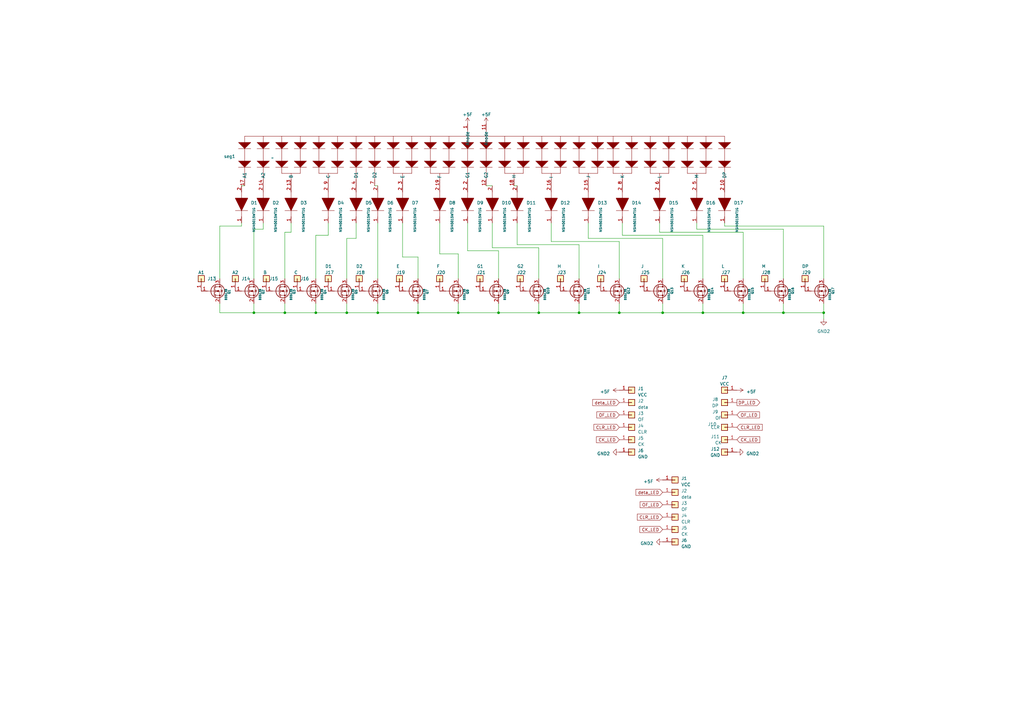
<source format=kicad_sch>
(kicad_sch (version 20230121) (generator eeschema)
  (paper "A3")
  (lib_symbols
    (symbol "Connector_Generic:Conn_01x01" (pin_names (offset 1.016) hide)
      (property "Reference" "J" (at 0 2.54 0))
      (property "Value" "Conn_01x01" (at 0 -2.54 0))
      (symbol "Conn_01x01_1_1"
        (pin passive line (at -5.08 0 0) (length 3.81) (name "Pin_1") (number "1"))
      )
    )
    (symbol "Device:Q_NMOS_GSD" (pin_names (offset 0) hide)
      (property "Reference" "Q" (at 5.08 1.27 0))
      (property "Value" "Q_NMOS_GSD" (at 5.08 -1.27 0))
      (symbol "Q_NMOS_GSD_1_1"
        (pin input line (at -5.08 0 0) (length 2.54) (name "G") (number "1"))
        (pin passive line (at 2.54 -5.08 90) (length 2.54) (name "S") (number "2"))
        (pin passive line (at 2.54 5.08 270) (length 2.54) (name "D") (number "3"))
      )
    )
    (symbol "Library:A-2308SR"
      (property "Reference" "D1" (at -83.82 -0.635 0))
      (property "Value" "~" (at -68.58 -1.27 0))
      (symbol "A-2308SR_1_1"
        (pin power_in line (at 11.43 12.7 270) (length 2.54) (name "Anode") (number "1"))
        (pin power_in line (at 116.84 -12.7 90) (length 2.54) (name "DP") (number "10"))
        (pin power_in line (at 19.05 12.7 270) (length 2.54) (name "Anode") (number "11"))
        (pin power_in line (at 19.05 -12.7 90) (length 2.54) (name "G2") (number "12"))
        (pin power_in line (at -60.96 -12.7 90) (length 2.54) (name "B") (number "13"))
        (pin power_in line (at -72.39 -12.7 90) (length 2.54) (name "A2") (number "14"))
        (pin power_in line (at 60.96 -12.7 90) (length 2.54) (name "J") (number "15"))
        (pin power_in line (at 45.72 -12.7 90) (length 2.54) (name "I") (number "16"))
        (pin power_in line (at -80.01 -12.7 90) (length 2.54) (name "A1") (number "17"))
        (pin power_in line (at 30.48 -12.7 90) (length 2.54) (name "H") (number "18"))
        (pin power_in line (at 0 -12.7 90) (length 2.54) (name "F") (number "19"))
        (pin power_in line (at 11.43 -12.7 90) (length 2.54) (name "G1") (number "2"))
        (pin power_in line (at -15.24 -12.7 90) (length 2.54) (name "E") (number "3"))
        (pin power_in line (at -34.29 -12.7 90) (length 2.54) (name "D1") (number "4"))
        (pin power_in line (at 105.41 -12.7 90) (length 2.54) (name "M") (number "5"))
        (pin power_in line (at 90.17 -12.7 90) (length 2.54) (name "L") (number "6"))
        (pin power_in line (at -26.67 -12.7 90) (length 2.54) (name "D2") (number "7"))
        (pin power_in line (at 74.93 -12.7 90) (length 2.54) (name "K") (number "8"))
        (pin power_in line (at -45.72 -12.7 90) (length 2.54) (name "C") (number "9"))
      )
    )
    (symbol "SamacSys_Parts:NSI45015WT1G" (pin_names (offset 0.762))
      (property "Reference" "D" (at 11.43 5.08 0))
      (property "Value" "NSI45015WT1G" (at 11.43 2.54 0))
      (symbol "NSI45015WT1G_0_0"
        (pin passive line (at 0 0 0) (length 2.54) (name "~") (number "1"))
        (pin passive line (at 15.24 0 180) (length 2.54) (name "~") (number "2"))
      )
    )
    (symbol "power:+5F" (power) (pin_names (offset 0))
      (property "Value" "+5F" (at 0 3.556 0))
      (symbol "+5F_1_1"
        (pin power_in line (at 0 0 90) (length 0) hide (name "+5F") (number "1"))
      )
    )
    (symbol "power:GND2" (power) (pin_names (offset 0))
      (property "Value" "GND2" (at 0 -3.81 0))
      (symbol "GND2_1_1"
        (pin power_in line (at 0 0 270) (length 0) hide (name "GND2") (number "1"))
      )
    )
  )
  (junction (at 154.94 128.27))
  (junction (at 337.82 128.27))
  (junction (at 288.29 128.27))
  (junction (at 142.24 128.27))
  (junction (at 129.54 128.27))
  (junction (at 204.47 128.27))
  (junction (at 254 128.27))
  (junction (at 171.45 128.27))
  (junction (at 220.98 128.27))
  (junction (at 187.96 128.27))
  (junction (at 116.84 128.27))
  (junction (at 304.8 128.27))
  (junction (at 104.14 128.27))
  (junction (at 271.78 128.27))
  (junction (at 321.31 128.27))
  (junction (at 237.49 128.27))
  (wire (pts (xy 142.24 124.46) (xy 142.24 128.27)))
  (wire (pts (xy 104.14 128.27) (xy 90.17 128.27)))
  (wire (pts (xy 187.96 104.14) (xy 187.96 114.3)))
  (wire (pts (xy 337.82 128.27) (xy 337.82 130.81)))
  (wire (pts (xy 201.93 76.2) (xy 199.39 76.2)))
  (wire (pts (xy 119.38 91.44) (xy 119.38 95.25)))
  (wire (pts (xy 119.38 95.25) (xy 116.84 95.25)))
  (wire (pts (xy 201.93 101.6) (xy 220.98 101.6)))
  (wire (pts (xy 191.77 91.44) (xy 191.77 102.87)))
  (wire (pts (xy 129.54 124.46) (xy 129.54 128.27)))
  (wire (pts (xy 337.82 124.46) (xy 337.82 128.27)))
  (wire (pts (xy 129.54 96.52) (xy 129.54 114.3)))
  (wire (pts (xy 99.06 92.71) (xy 99.06 91.44)))
  (wire (pts (xy 104.14 124.46) (xy 104.14 128.27)))
  (wire (pts (xy 204.47 124.46) (xy 204.47 128.27)))
  (wire (pts (xy 237.49 124.46) (xy 237.49 128.27)))
  (wire (pts (xy 99.06 76.2) (xy 100.33 76.2)))
  (wire (pts (xy 285.75 93.98) (xy 321.31 93.98)))
  (wire (pts (xy 226.06 91.44) (xy 226.06 99.06)))
  (wire (pts (xy 165.1 105.41) (xy 171.45 105.41)))
  (wire (pts (xy 241.3 91.44) (xy 241.3 97.79)))
  (wire (pts (xy 321.31 93.98) (xy 321.31 114.3)))
  (wire (pts (xy 180.34 91.44) (xy 180.34 104.14)))
  (wire (pts (xy 134.62 96.52) (xy 129.54 96.52)))
  (wire (pts (xy 212.09 100.33) (xy 237.49 100.33)))
  (wire (pts (xy 241.3 97.79) (xy 271.78 97.79)))
  (wire (pts (xy 297.18 91.44) (xy 297.18 92.71)))
  (wire (pts (xy 90.17 124.46) (xy 90.17 128.27)))
  (wire (pts (xy 271.78 97.79) (xy 271.78 114.3)))
  (wire (pts (xy 304.8 128.27) (xy 288.29 128.27)))
  (wire (pts (xy 107.95 91.44) (xy 107.95 93.98)))
  (wire (pts (xy 220.98 128.27) (xy 204.47 128.27)))
  (wire (pts (xy 271.78 124.46) (xy 271.78 128.27)))
  (wire (pts (xy 288.29 128.27) (xy 271.78 128.27)))
  (wire (pts (xy 116.84 128.27) (xy 104.14 128.27)))
  (wire (pts (xy 191.77 102.87) (xy 204.47 102.87)))
  (wire (pts (xy 237.49 100.33) (xy 237.49 114.3)))
  (wire (pts (xy 201.93 91.44) (xy 201.93 101.6)))
  (wire (pts (xy 146.05 91.44) (xy 146.05 97.79)))
  (wire (pts (xy 171.45 124.46) (xy 171.45 128.27)))
  (wire (pts (xy 154.94 76.2) (xy 153.67 76.2)))
  (wire (pts (xy 116.84 95.25) (xy 116.84 114.3)))
  (wire (pts (xy 270.51 91.44) (xy 270.51 95.25)))
  (wire (pts (xy 304.8 124.46) (xy 304.8 128.27)))
  (wire (pts (xy 154.94 91.44) (xy 154.94 114.3)))
  (wire (pts (xy 237.49 128.27) (xy 220.98 128.27)))
  (wire (pts (xy 154.94 124.46) (xy 154.94 128.27)))
  (wire (pts (xy 90.17 92.71) (xy 90.17 114.3)))
  (wire (pts (xy 304.8 95.25) (xy 304.8 114.3)))
  (wire (pts (xy 187.96 124.46) (xy 187.96 128.27)))
  (wire (pts (xy 254 99.06) (xy 254 114.3)))
  (wire (pts (xy 255.27 91.44) (xy 255.27 96.52)))
  (wire (pts (xy 254 128.27) (xy 237.49 128.27)))
  (wire (pts (xy 134.62 91.44) (xy 134.62 96.52)))
  (wire (pts (xy 165.1 91.44) (xy 165.1 105.41)))
  (wire (pts (xy 226.06 99.06) (xy 254 99.06)))
  (wire (pts (xy 204.47 102.87) (xy 204.47 114.3)))
  (wire (pts (xy 146.05 97.79) (xy 142.24 97.79)))
  (wire (pts (xy 99.06 92.71) (xy 90.17 92.71)))
  (wire (pts (xy 212.09 76.2) (xy 210.82 76.2)))
  (wire (pts (xy 297.18 92.71) (xy 337.82 92.71)))
  (wire (pts (xy 271.78 128.27) (xy 254 128.27)))
  (wire (pts (xy 171.45 128.27) (xy 154.94 128.27)))
  (wire (pts (xy 142.24 128.27) (xy 129.54 128.27)))
  (wire (pts (xy 116.84 124.46) (xy 116.84 128.27)))
  (wire (pts (xy 107.95 93.98) (xy 104.14 93.98)))
  (wire (pts (xy 187.96 128.27) (xy 171.45 128.27)))
  (wire (pts (xy 254 124.46) (xy 254 128.27)))
  (wire (pts (xy 321.31 128.27) (xy 304.8 128.27)))
  (wire (pts (xy 104.14 93.98) (xy 104.14 114.3)))
  (wire (pts (xy 220.98 124.46) (xy 220.98 128.27)))
  (wire (pts (xy 142.24 97.79) (xy 142.24 114.3)))
  (wire (pts (xy 288.29 96.52) (xy 288.29 114.3)))
  (wire (pts (xy 255.27 96.52) (xy 288.29 96.52)))
  (wire (pts (xy 171.45 105.41) (xy 171.45 114.3)))
  (wire (pts (xy 212.09 91.44) (xy 212.09 100.33)))
  (wire (pts (xy 288.29 124.46) (xy 288.29 128.27)))
  (wire (pts (xy 154.94 128.27) (xy 142.24 128.27)))
  (wire (pts (xy 321.31 124.46) (xy 321.31 128.27)))
  (wire (pts (xy 337.82 92.71) (xy 337.82 114.3)))
  (wire (pts (xy 129.54 128.27) (xy 116.84 128.27)))
  (wire (pts (xy 204.47 128.27) (xy 187.96 128.27)))
  (wire (pts (xy 337.82 128.27) (xy 321.31 128.27)))
  (wire (pts (xy 180.34 104.14) (xy 187.96 104.14)))
  (wire (pts (xy 285.75 91.44) (xy 285.75 93.98)))
  (wire (pts (xy 220.98 101.6) (xy 220.98 114.3)))
  (wire (pts (xy 270.51 95.25) (xy 304.8 95.25)))
  (global_label "CK_LED" (shape input) (at 302.26 180.34 0) (property "Intersheetrefs" "${INTERSHEET_REFS}" (effects hide)))
  (global_label "OF_LED" (shape input) (at 254 170.18 180) (property "Intersheetrefs" "${INTERSHEET_REFS}" (effects hide)))
  (global_label "CK_LED" (shape input) (at 254 180.34 180) (property "Intersheetrefs" "${INTERSHEET_REFS}" (effects hide)))
  (global_label "DP_LED" (shape output) (at 302.26 165.1 0) (property "Intersheetrefs" "${INTERSHEET_REFS}" (effects hide)))
  (global_label "OF_LED" (shape input) (at 302.26 170.18 0) (property "Intersheetrefs" "${INTERSHEET_REFS}" (effects hide)))
  (global_label "CLR_LED" (shape input) (at 254 175.26 180) (property "Intersheetrefs" "${INTERSHEET_REFS}" (effects hide)))
  (global_label "OF_LED" (shape input) (at 271.78 207.01 180) (property "Intersheetrefs" "${INTERSHEET_REFS}" (effects hide)))
  (global_label "CLR_LED" (shape input) (at 302.26 175.26 0) (property "Intersheetrefs" "${INTERSHEET_REFS}" (effects hide)))
  (global_label "deta_LED" (shape input) (at 254 165.1 180) (property "Intersheetrefs" "${INTERSHEET_REFS}" (effects hide)))
  (global_label "CK_LED" (shape input) (at 271.78 217.17 180) (property "Intersheetrefs" "${INTERSHEET_REFS}" (effects hide)))
  (global_label "CLR_LED" (shape input) (at 271.78 212.09 180) (property "Intersheetrefs" "${INTERSHEET_REFS}" (effects hide)))
  (global_label "deta_LED" (shape input) (at 271.78 201.93 180) (property "Intersheetrefs" "${INTERSHEET_REFS}" (effects hide)))
  (symbol (lib_id "Connector_Generic:Conn_01x01") (at 313.69 114.3 270) (mirror x) (unit 1)
    (property "Reference" "J28" (at 312.42 111.76 90) (effects (justify left)))
    (property "Value" "M" (at 312.42 109.22 90) (effects (justify left)))
    (property "Footprint" "Connector_Wire:SolderWire-0.5sqmm_1x01_D0.9mm_OD2.1mm" (effects hide))
    (instances (project "16seg" (path "" (reference "J28") (unit 1)) (path "" (reference "J46") (unit 1))))
  )
  (symbol (lib_id "Device:Q_NMOS_GSD") (at 168.91 119.38 0) (unit 1)
    (property "Reference" "Q7" (at 175.26 120.65 90) (effects (font (size 0.9 0.9)) (justify left)))
    (property "Value" "BSS138" (at 173.99 123.19 90) (effects (font (size 0.8 0.8)) (justify left)))
    (property "Footprint" "Package_TO_SOT_SMD:SOT-23" (effects hide))
  )
  (symbol (lib_id "Connector_Generic:Conn_01x01") (at 163.83 114.3 270) (mirror x) (unit 1)
    (property "Reference" "J19" (at 162.56 111.76 90) (effects (justify left)))
    (property "Value" "E" (at 162.56 109.22 90) (effects (justify left)))
    (property "Footprint" "Connector_Wire:SolderWire-0.5sqmm_1x01_D0.9mm_OD2.1mm" (effects hide))
    (instances (project "16seg" (path "" (reference "J19") (unit 1)) (path "" (reference "J37") (unit 1))))
  )
  (symbol (lib_id "power:+5F") (at 271.78 196.85 90) (unit 1)
    (property "Reference" "#PWR072" (effects hide))
    (property "Value" "+5F" (at 267.97 197.485 90) (effects (justify left)))
  )
  (symbol (lib_id "Connector_Generic:Conn_01x01") (at 280.67 114.3 270) (mirror x) (unit 1)
    (property "Reference" "J26" (at 279.4 111.76 90) (effects (justify left)))
    (property "Value" "K" (at 279.4 109.22 90) (effects (justify left)))
    (property "Footprint" "Connector_Wire:SolderWire-0.5sqmm_1x01_D0.9mm_OD2.1mm" (effects hide))
    (instances (project "16seg" (path "" (reference "J26") (unit 1)) (path "" (reference "J44") (unit 1))))
  )
  (symbol (lib_id "Connector_Generic:Conn_01x01") (at 297.18 170.18 0) (mirror y) (unit 1)
    (property "Reference" "J9" (at 293.37 168.91 0))
    (property "Value" "OF" (at 294.64 171.45 0))
    (property "Footprint" "Connector_Wire:SolderWire-0.5sqmm_1x01_D0.9mm_OD2.1mm" (effects hide))
    (instances (project "16seg" (path "" (reference "J9") (unit 1)) (path "" (reference "J56") (unit 1))))
  )
  (symbol (lib_id "Connector_Generic:Conn_01x01") (at 246.38 114.3 270) (mirror x) (unit 1)
    (property "Reference" "J24" (at 245.11 111.76 90) (effects (justify left)))
    (property "Value" "I" (at 245.11 109.22 90) (effects (justify left)))
    (property "Footprint" "Connector_Wire:SolderWire-0.5sqmm_1x01_D0.9mm_OD2.1mm" (effects hide))
    (instances (project "16seg" (path "" (reference "J24") (unit 1)) (path "" (reference "J42") (unit 1))))
  )
  (symbol (lib_id "SamacSys_Parts:NSI45015WT1G") (at 99.06 91.44 90) (unit 1)
    (property "Reference" "D1" (at 102.87 83.185 90) (effects (justify right)))
    (property "Value" "NSI45015WT1G" (at 104.14 85.09 0) (effects (font (size 0.9 0.9)) (justify right)))
    (property "Footprint" "Diode_SMD:D_SOD-123" (effects hide))
    (property "Datasheet" "http://uk.rs-online.com/web/p/products/7192838P" (effects hide))
    (property "Description" "Constant Current Regulator " (effects hide))
    (property "Height" "1.35" (effects hide))
    (property "RS Part Number" "7192838P" (effects hide))
    (property "RS Price/Stock" "http://uk.rs-online.com/web/p/products/7192838P" (effects hide))
    (property "Manufacturer_Name" "onsemi" (effects hide))
    (property "Manufacturer_Part_Number" "NSI45015WT1G" (effects hide))
    (property "Allied_Number" "70341243" (effects hide))
  )
  (symbol (lib_id "Connector_Generic:Conn_01x01") (at 96.52 114.3 270) (mirror x) (unit 1)
    (property "Reference" "J14" (at 99.06 114.3 90) (effects (justify left)))
    (property "Value" "A2" (at 95.25 111.76 90) (effects (justify left)))
    (property "Footprint" "Connector_Wire:SolderWire-0.5sqmm_1x01_D0.9mm_OD2.1mm" (effects hide))
    (instances (project "16seg" (path "" (reference "J14") (unit 1)) (path "" (reference "J32") (unit 1))))
  )
  (symbol (lib_id "Connector_Generic:Conn_01x01") (at 297.18 180.34 0) (mirror y) (unit 1)
    (property "Reference" "J11" (at 293.37 179.07 0))
    (property "Value" "CK" (at 294.64 181.61 0))
    (property "Footprint" "Connector_Wire:SolderWire-0.5sqmm_1x01_D0.9mm_OD2.1mm" (effects hide))
    (instances (project "16seg" (path "" (reference "J11") (unit 1)) (path "" (reference "J60") (unit 1))))
  )
  (symbol (lib_id "power:GND2") (at 302.26 185.42 90) (unit 1)
    (property "Reference" "#PWR075" (effects hide))
    (property "Value" "GND2" (at 306.07 186.055 90) (effects (justify right)))
  )
  (symbol (lib_id "Connector_Generic:Conn_01x01") (at 297.18 160.02 0) (mirror y) (unit 1)
    (property "Reference" "J7" (at 297.18 154.94 0))
    (property "Value" "VCC" (at 297.18 157.48 0))
    (property "Footprint" "Connector_Wire:SolderWire-0.5sqmm_1x01_D0.9mm_OD2.1mm" (effects hide))
    (instances (project "16seg" (path "" (reference "J7") (unit 1)) (path "" (reference "J52") (unit 1))))
  )
  (symbol (lib_id "Device:Q_NMOS_GSD") (at 318.77 119.38 0) (unit 1)
    (property "Reference" "Q16" (at 325.12 120.65 90) (effects (font (size 0.9 0.9)) (justify left)))
    (property "Value" "BSS138" (at 323.85 123.19 90) (effects (font (size 0.8 0.8)) (justify left)))
    (property "Footprint" "Package_TO_SOT_SMD:SOT-23" (effects hide))
  )
  (symbol (lib_id "power:+5F") (at 191.77 50.8 0) (unit 1)
    (property "Reference" "#PWR070" (effects hide))
    (property "Value" "+5F" (at 191.77 46.99 0))
  )
  (symbol (lib_id "Connector_Generic:Conn_01x01") (at 259.08 170.18 0) (unit 1)
    (property "Reference" "J3" (at 261.62 169.545 0) (effects (justify left)))
    (property "Value" "OF" (at 261.62 172.085 0) (effects (justify left)))
    (property "Footprint" "Connector_Wire:SolderWire-0.5sqmm_1x01_D0.9mm_OD2.1mm" (effects hide))
    (instances (project "16seg" (path "" (reference "J3") (unit 1)) (path "" (reference "J55") (unit 1))))
  )
  (symbol (lib_id "SamacSys_Parts:NSI45015WT1G") (at 165.1 91.44 90) (unit 1)
    (property "Reference" "D7" (at 168.91 83.185 90) (effects (justify right)))
    (property "Value" "NSI45015WT1G" (at 170.18 85.09 0) (effects (font (size 0.9 0.9)) (justify right)))
    (property "Footprint" "Diode_SMD:D_SOD-123" (effects hide))
    (property "Datasheet" "http://uk.rs-online.com/web/p/products/7192838P" (effects hide))
    (property "Description" "Constant Current Regulator " (effects hide))
    (property "Height" "1.35" (effects hide))
    (property "RS Part Number" "7192838P" (effects hide))
    (property "RS Price/Stock" "http://uk.rs-online.com/web/p/products/7192838P" (effects hide))
    (property "Manufacturer_Name" "onsemi" (effects hide))
    (property "Manufacturer_Part_Number" "NSI45015WT1G" (effects hide))
    (property "Allied_Number" "70341243" (effects hide))
  )
  (symbol (lib_id "Connector_Generic:Conn_01x01") (at 297.18 185.42 0) (mirror y) (unit 1)
    (property "Reference" "J12" (at 293.37 184.15 0))
    (property "Value" "GND" (at 293.37 186.69 0))
    (property "Footprint" "Connector_Wire:SolderWire-0.5sqmm_1x01_D0.9mm_OD2.1mm" (effects hide))
    (instances (project "16seg" (path "" (reference "J12") (unit 1)) (path "" (reference "J62") (unit 1))))
  )
  (symbol (lib_id "power:GND2") (at 337.82 130.81 0) (unit 1)
    (property "Reference" "#PWR074" (effects hide))
    (property "Value" "GND2" (at 337.82 135.89 0))
  )
  (symbol (lib_id "Device:Q_NMOS_GSD") (at 218.44 119.38 0) (unit 1)
    (property "Reference" "Q10" (at 224.79 120.65 90) (effects (font (size 0.9 0.9)) (justify left)))
    (property "Value" "BSS138" (at 223.52 123.19 90) (effects (font (size 0.8 0.8)) (justify left)))
    (property "Footprint" "Package_TO_SOT_SMD:SOT-23" (effects hide))
  )
  (symbol (lib_id "Connector_Generic:Conn_01x01") (at 297.18 114.3 270) (mirror x) (unit 1)
    (property "Reference" "J27" (at 295.91 111.76 90) (effects (justify left)))
    (property "Value" "L" (at 295.91 109.22 90) (effects (justify left)))
    (property "Footprint" "Connector_Wire:SolderWire-0.5sqmm_1x01_D0.9mm_OD2.1mm" (effects hide))
    (instances (project "16seg" (path "" (reference "J27") (unit 1)) (path "" (reference "J45") (unit 1))))
  )
  (symbol (lib_id "power:GND2") (at 254 185.42 270) (unit 1)
    (property "Reference" "#PWR076" (effects hide))
    (property "Value" "GND2" (at 250.19 186.055 90) (effects (justify right)))
  )
  (symbol (lib_id "Connector_Generic:Conn_01x01") (at 259.08 175.26 0) (unit 1)
    (property "Reference" "J4" (at 261.62 174.625 0) (effects (justify left)))
    (property "Value" "CLR" (at 261.62 177.165 0) (effects (justify left)))
    (property "Footprint" "Connector_Wire:SolderWire-0.5sqmm_1x01_D0.9mm_OD2.1mm" (effects hide))
    (instances (project "16seg" (path "" (reference "J4") (unit 1)) (path "" (reference "J57") (unit 1))))
  )
  (symbol (lib_id "Device:Q_NMOS_GSD") (at 234.95 119.38 0) (unit 1)
    (property "Reference" "Q11" (at 241.3 120.65 90) (effects (font (size 0.9 0.9)) (justify left)))
    (property "Value" "BSS138" (at 240.03 123.19 90) (effects (font (size 0.8 0.8)) (justify left)))
    (property "Footprint" "Package_TO_SOT_SMD:SOT-23" (effects hide))
  )
  (symbol (lib_id "Device:Q_NMOS_GSD") (at 101.6 119.38 0) (unit 1)
    (property "Reference" "Q2" (at 107.95 120.65 90) (effects (font (size 0.9 0.9)) (justify left)))
    (property "Value" "BSS138" (at 106.68 123.19 90) (effects (font (size 0.8 0.8)) (justify left)))
    (property "Footprint" "Package_TO_SOT_SMD:SOT-23" (effects hide))
  )
  (symbol (lib_id "power:+5F") (at 199.39 50.8 0) (unit 1)
    (property "Reference" "#PWR069" (effects hide))
    (property "Value" "+5F" (at 199.39 46.99 0))
  )
  (symbol (lib_id "Connector_Generic:Conn_01x01") (at 276.86 217.17 0) (unit 1)
    (property "Reference" "J5" (at 279.4 216.535 0) (effects (justify left)))
    (property "Value" "CK" (at 279.4 219.075 0) (effects (justify left)))
    (property "Footprint" "Connector_Wire:SolderWire-0.5sqmm_1x01_D0.9mm_OD2.1mm" (effects hide))
    (instances (project "16seg" (path "" (reference "J5") (unit 1)) (path "" (reference "J67") (unit 1))))
  )
  (symbol (lib_id "SamacSys_Parts:NSI45015WT1G") (at 212.09 91.44 90) (unit 1)
    (property "Reference" "D11" (at 215.9 83.185 90) (effects (justify right)))
    (property "Value" "NSI45015WT1G" (at 217.17 85.09 0) (effects (font (size 0.9 0.9)) (justify right)))
    (property "Footprint" "Diode_SMD:D_SOD-123" (effects hide))
    (property "Datasheet" "http://uk.rs-online.com/web/p/products/7192838P" (effects hide))
    (property "Description" "Constant Current Regulator " (effects hide))
    (property "Height" "1.35" (effects hide))
    (property "RS Part Number" "7192838P" (effects hide))
    (property "RS Price/Stock" "http://uk.rs-online.com/web/p/products/7192838P" (effects hide))
    (property "Manufacturer_Name" "onsemi" (effects hide))
    (property "Manufacturer_Part_Number" "NSI45015WT1G" (effects hide))
    (property "Allied_Number" "70341243" (effects hide))
  )
  (symbol (lib_id "SamacSys_Parts:NSI45015WT1G") (at 107.95 91.44 90) (unit 1)
    (property "Reference" "D2" (at 111.76 83.185 90) (effects (justify right)))
    (property "Value" "NSI45015WT1G" (at 113.03 85.09 0) (effects (font (size 0.9 0.9)) (justify right)))
    (property "Footprint" "Diode_SMD:D_SOD-123" (effects hide))
    (property "Datasheet" "http://uk.rs-online.com/web/p/products/7192838P" (effects hide))
    (property "Description" "Constant Current Regulator " (effects hide))
    (property "Height" "1.35" (effects hide))
    (property "RS Part Number" "7192838P" (effects hide))
    (property "RS Price/Stock" "http://uk.rs-online.com/web/p/products/7192838P" (effects hide))
    (property "Manufacturer_Name" "onsemi" (effects hide))
    (property "Manufacturer_Part_Number" "NSI45015WT1G" (effects hide))
    (property "Allied_Number" "70341243" (effects hide))
  )
  (symbol (lib_id "Connector_Generic:Conn_01x01") (at 259.08 165.1 0) (unit 1)
    (property "Reference" "J2" (at 261.62 164.465 0) (effects (justify left)))
    (property "Value" "deta" (at 261.62 167.005 0) (effects (justify left)))
    (property "Footprint" "Connector_Wire:SolderWire-0.5sqmm_1x01_D0.9mm_OD2.1mm" (effects hide))
    (instances (project "16seg" (path "" (reference "J2") (unit 1)) (path "" (reference "J53") (unit 1))))
  )
  (symbol (lib_id "Connector_Generic:Conn_01x01") (at 229.87 114.3 270) (mirror x) (unit 1)
    (property "Reference" "J23" (at 228.6 111.76 90) (effects (justify left)))
    (property "Value" "H" (at 228.6 109.22 90) (effects (justify left)))
    (property "Footprint" "Connector_Wire:SolderWire-0.5sqmm_1x01_D0.9mm_OD2.1mm" (effects hide))
    (instances (project "16seg" (path "" (reference "J23") (unit 1)) (path "" (reference "J41") (unit 1))))
  )
  (symbol (lib_id "Connector_Generic:Conn_01x01") (at 276.86 222.25 0) (unit 1)
    (property "Reference" "J6" (at 279.4 221.615 0) (effects (justify left)))
    (property "Value" "GND" (at 279.4 224.155 0) (effects (justify left)))
    (property "Footprint" "Connector_Wire:SolderWire-0.5sqmm_1x01_D0.9mm_OD2.1mm" (effects hide))
    (instances (project "16seg" (path "" (reference "J6") (unit 1)) (path "" (reference "J68") (unit 1))))
  )
  (symbol (lib_id "Device:Q_NMOS_GSD") (at 285.75 119.38 0) (unit 1)
    (property "Reference" "Q14" (at 292.1 120.65 90) (effects (font (size 0.9 0.9)) (justify left)))
    (property "Value" "BSS138" (at 290.83 123.19 90) (effects (font (size 0.8 0.8)) (justify left)))
    (property "Footprint" "Package_TO_SOT_SMD:SOT-23" (effects hide))
  )
  (symbol (lib_id "Connector_Generic:Conn_01x01") (at 297.18 165.1 0) (mirror y) (unit 1)
    (property "Reference" "J8" (at 293.37 163.83 0))
    (property "Value" "DP" (at 293.37 166.37 0))
    (property "Footprint" "Connector_Wire:SolderWire-0.5sqmm_1x01_D0.9mm_OD2.1mm" (effects hide))
    (instances (project "16seg" (path "" (reference "J8") (unit 1)) (path "" (reference "J54") (unit 1))))
  )
  (symbol (lib_id "SamacSys_Parts:NSI45015WT1G") (at 146.05 91.44 90) (unit 1)
    (property "Reference" "D5" (at 149.86 83.185 90) (effects (justify right)))
    (property "Value" "NSI45015WT1G" (at 151.13 85.09 0) (effects (font (size 0.9 0.9)) (justify right)))
    (property "Footprint" "Diode_SMD:D_SOD-123" (effects hide))
    (property "Datasheet" "http://uk.rs-online.com/web/p/products/7192838P" (effects hide))
    (property "Description" "Constant Current Regulator " (effects hide))
    (property "Height" "1.35" (effects hide))
    (property "RS Part Number" "7192838P" (effects hide))
    (property "RS Price/Stock" "http://uk.rs-online.com/web/p/products/7192838P" (effects hide))
    (property "Manufacturer_Name" "onsemi" (effects hide))
    (property "Manufacturer_Part_Number" "NSI45015WT1G" (effects hide))
    (property "Allied_Number" "70341243" (effects hide))
  )
  (symbol (lib_id "Device:Q_NMOS_GSD") (at 152.4 119.38 0) (unit 1)
    (property "Reference" "Q6" (at 158.75 120.65 90) (effects (font (size 0.9 0.9)) (justify left)))
    (property "Value" "BSS138" (at 157.48 123.19 90) (effects (font (size 0.8 0.8)) (justify left)))
    (property "Footprint" "Package_TO_SOT_SMD:SOT-23" (effects hide))
  )
  (symbol (lib_id "power:GND2") (at 271.78 222.25 270) (unit 1)
    (property "Reference" "#PWR077" (effects hide))
    (property "Value" "GND2" (at 267.97 222.885 90) (effects (justify right)))
  )
  (symbol (lib_id "Connector_Generic:Conn_01x01") (at 276.86 212.09 0) (unit 1)
    (property "Reference" "J4" (at 279.4 211.455 0) (effects (justify left)))
    (property "Value" "CLR" (at 279.4 213.995 0) (effects (justify left)))
    (property "Footprint" "Connector_Wire:SolderWire-0.5sqmm_1x01_D0.9mm_OD2.1mm" (effects hide))
    (instances (project "16seg" (path "" (reference "J4") (unit 1)) (path "" (reference "J66") (unit 1))))
  )
  (symbol (lib_id "Device:Q_NMOS_GSD") (at 185.42 119.38 0) (unit 1)
    (property "Reference" "Q8" (at 191.77 120.65 90) (effects (font (size 0.9 0.9)) (justify left)))
    (property "Value" "BSS138" (at 190.5 123.19 90) (effects (font (size 0.8 0.8)) (justify left)))
    (property "Footprint" "Package_TO_SOT_SMD:SOT-23" (effects hide))
  )
  (symbol (lib_id "Connector_Generic:Conn_01x01") (at 121.92 114.3 270) (mirror x) (unit 1)
    (property "Reference" "J16" (at 123.19 114.3 90) (effects (justify left)))
    (property "Value" "C" (at 120.65 111.76 90) (effects (justify left)))
    (property "Footprint" "Connector_Wire:SolderWire-0.5sqmm_1x01_D0.9mm_OD2.1mm" (effects hide))
    (instances (project "16seg" (path "" (reference "J16") (unit 1)) (path "" (reference "J34") (unit 1))))
  )
  (symbol (lib_id "Device:Q_NMOS_GSD") (at 87.63 119.38 0) (unit 1)
    (property "Reference" "Q1" (at 93.98 120.65 90) (effects (font (size 0.9 0.9)) (justify left)))
    (property "Value" "BSS138" (at 92.71 123.19 90) (effects (font (size 0.8 0.8)) (justify left)))
    (property "Footprint" "Package_TO_SOT_SMD:SOT-23" (effects hide))
  )
  (symbol (lib_id "power:+5F") (at 254 160.02 90) (unit 1)
    (property "Reference" "#PWR071" (effects hide))
    (property "Value" "+5F" (at 250.19 160.655 90) (effects (justify left)))
  )
  (symbol (lib_id "Connector_Generic:Conn_01x01") (at 330.2 114.3 270) (mirror x) (unit 1)
    (property "Reference" "J29" (at 328.93 111.76 90) (effects (justify left)))
    (property "Value" "DP" (at 328.93 109.22 90) (effects (justify left)))
    (property "Footprint" "Connector_Wire:SolderWire-0.5sqmm_1x01_D0.9mm_OD2.1mm" (effects hide))
    (instances (project "16seg" (path "" (reference "J29") (unit 1)) (path "" (reference "J47") (unit 1))))
  )
  (symbol (lib_id "Device:Q_NMOS_GSD") (at 302.26 119.38 0) (unit 1)
    (property "Reference" "Q15" (at 308.61 120.65 90) (effects (font (size 0.9 0.9)) (justify left)))
    (property "Value" "BSS138" (at 307.34 123.19 90) (effects (font (size 0.8 0.8)) (justify left)))
    (property "Footprint" "Package_TO_SOT_SMD:SOT-23" (effects hide))
  )
  (symbol (lib_id "Connector_Generic:Conn_01x01") (at 276.86 207.01 0) (unit 1)
    (property "Reference" "J3" (at 279.4 206.375 0) (effects (justify left)))
    (property "Value" "OF" (at 279.4 208.915 0) (effects (justify left)))
    (property "Footprint" "Connector_Wire:SolderWire-0.5sqmm_1x01_D0.9mm_OD2.1mm" (effects hide))
    (instances (project "16seg" (path "" (reference "J3") (unit 1)) (path "" (reference "J65") (unit 1))))
  )
  (symbol (lib_id "SamacSys_Parts:NSI45015WT1G") (at 285.75 91.44 90) (unit 1)
    (property "Reference" "D16" (at 289.56 83.185 90) (effects (justify right)))
    (property "Value" "NSI45015WT1G" (at 290.83 85.09 0) (effects (font (size 0.9 0.9)) (justify right)))
    (property "Footprint" "Diode_SMD:D_SOD-123" (effects hide))
    (property "Datasheet" "http://uk.rs-online.com/web/p/products/7192838P" (effects hide))
    (property "Description" "Constant Current Regulator " (effects hide))
    (property "Height" "1.35" (effects hide))
    (property "RS Part Number" "7192838P" (effects hide))
    (property "RS Price/Stock" "http://uk.rs-online.com/web/p/products/7192838P" (effects hide))
    (property "Manufacturer_Name" "onsemi" (effects hide))
    (property "Manufacturer_Part_Number" "NSI45015WT1G" (effects hide))
    (property "Allied_Number" "70341243" (effects hide))
  )
  (symbol (lib_id "Connector_Generic:Conn_01x01") (at 180.34 114.3 270) (mirror x) (unit 1)
    (property "Reference" "J20" (at 179.07 111.76 90) (effects (justify left)))
    (property "Value" "F" (at 179.07 109.22 90) (effects (justify left)))
    (property "Footprint" "Connector_Wire:SolderWire-0.5sqmm_1x01_D0.9mm_OD2.1mm" (effects hide))
    (instances (project "16seg" (path "" (reference "J20") (unit 1)) (path "" (reference "J38") (unit 1))))
  )
  (symbol (lib_id "Connector_Generic:Conn_01x01") (at 276.86 196.85 0) (unit 1)
    (property "Reference" "J1" (at 279.4 196.215 0) (effects (justify left)))
    (property "Value" "VCC" (at 279.4 198.755 0) (effects (justify left)))
    (property "Footprint" "Connector_Wire:SolderWire-0.5sqmm_1x01_D0.9mm_OD2.1mm" (effects hide))
    (instances (project "16seg" (path "" (reference "J1") (unit 1)) (path "" (reference "J63") (unit 1))))
  )
  (symbol (lib_id "Device:Q_NMOS_GSD") (at 269.24 119.38 0) (unit 1)
    (property "Reference" "Q13" (at 275.59 120.65 90) (effects (font (size 0.9 0.9)) (justify left)))
    (property "Value" "BSS138" (at 274.32 123.19 90) (effects (font (size 0.8 0.8)) (justify left)))
    (property "Footprint" "Package_TO_SOT_SMD:SOT-23" (effects hide))
  )
  (symbol (lib_id "Connector_Generic:Conn_01x01") (at 147.32 114.3 270) (mirror x) (unit 1)
    (property "Reference" "J18" (at 146.05 111.76 90) (effects (justify left)))
    (property "Value" "D2" (at 146.05 109.22 90) (effects (justify left)))
    (property "Footprint" "Connector_Wire:SolderWire-0.5sqmm_1x01_D0.9mm_OD2.1mm" (effects hide))
    (instances (project "16seg" (path "" (reference "J18") (unit 1)) (path "" (reference "J36") (unit 1))))
  )
  (symbol (lib_id "Connector_Generic:Conn_01x01") (at 276.86 201.93 0) (unit 1)
    (property "Reference" "J2" (at 279.4 201.295 0) (effects (justify left)))
    (property "Value" "deta" (at 279.4 203.835 0) (effects (justify left)))
    (property "Footprint" "Connector_Wire:SolderWire-0.5sqmm_1x01_D0.9mm_OD2.1mm" (effects hide))
    (instances (project "16seg" (path "" (reference "J2") (unit 1)) (path "" (reference "J64") (unit 1))))
  )
  (symbol (lib_id "SamacSys_Parts:NSI45015WT1G") (at 201.93 91.44 90) (unit 1)
    (property "Reference" "D10" (at 205.74 83.185 90) (effects (justify right)))
    (property "Value" "NSI45015WT1G" (at 207.01 85.09 0) (effects (font (size 0.9 0.9)) (justify right)))
    (property "Footprint" "Diode_SMD:D_SOD-123" (effects hide))
    (property "Datasheet" "http://uk.rs-online.com/web/p/products/7192838P" (effects hide))
    (property "Description" "Constant Current Regulator " (effects hide))
    (property "Height" "1.35" (effects hide))
    (property "RS Part Number" "7192838P" (effects hide))
    (property "RS Price/Stock" "http://uk.rs-online.com/web/p/products/7192838P" (effects hide))
    (property "Manufacturer_Name" "onsemi" (effects hide))
    (property "Manufacturer_Part_Number" "NSI45015WT1G" (effects hide))
    (property "Allied_Number" "70341243" (effects hide))
  )
  (symbol (lib_id "SamacSys_Parts:NSI45015WT1G") (at 270.51 91.44 90) (unit 1)
    (property "Reference" "D15" (at 274.32 83.185 90) (effects (justify right)))
    (property "Value" "NSI45015WT1G" (at 275.59 85.09 0) (effects (font (size 0.9 0.9)) (justify right)))
    (property "Footprint" "Diode_SMD:D_SOD-123" (effects hide))
    (property "Datasheet" "http://uk.rs-online.com/web/p/products/7192838P" (effects hide))
    (property "Description" "Constant Current Regulator " (effects hide))
    (property "Height" "1.35" (effects hide))
    (property "RS Part Number" "7192838P" (effects hide))
    (property "RS Price/Stock" "http://uk.rs-online.com/web/p/products/7192838P" (effects hide))
    (property "Manufacturer_Name" "onsemi" (effects hide))
    (property "Manufacturer_Part_Number" "NSI45015WT1G" (effects hide))
    (property "Allied_Number" "70341243" (effects hide))
  )
  (symbol (lib_id "SamacSys_Parts:NSI45015WT1G") (at 226.06 91.44 90) (unit 1)
    (property "Reference" "D12" (at 229.87 83.185 90) (effects (justify right)))
    (property "Value" "NSI45015WT1G" (at 231.14 85.09 0) (effects (font (size 0.9 0.9)) (justify right)))
    (property "Footprint" "Diode_SMD:D_SOD-123" (effects hide))
    (property "Datasheet" "http://uk.rs-online.com/web/p/products/7192838P" (effects hide))
    (property "Description" "Constant Current Regulator " (effects hide))
    (property "Height" "1.35" (effects hide))
    (property "RS Part Number" "7192838P" (effects hide))
    (property "RS Price/Stock" "http://uk.rs-online.com/web/p/products/7192838P" (effects hide))
    (property "Manufacturer_Name" "onsemi" (effects hide))
    (property "Manufacturer_Part_Number" "NSI45015WT1G" (effects hide))
    (property "Allied_Number" "70341243" (effects hide))
  )
  (symbol (lib_id "Connector_Generic:Conn_01x01") (at 259.08 160.02 0) (unit 1)
    (property "Reference" "J1" (at 261.62 159.385 0) (effects (justify left)))
    (property "Value" "VCC" (at 261.62 161.925 0) (effects (justify left)))
    (property "Footprint" "Connector_Wire:SolderWire-0.5sqmm_1x01_D0.9mm_OD2.1mm" (effects hide))
    (instances (project "16seg" (path "" (reference "J1") (unit 1)) (path "" (reference "J51") (unit 1))))
  )
  (symbol (lib_id "Connector_Generic:Conn_01x01") (at 213.36 114.3 270) (mirror x) (unit 1)
    (property "Reference" "J22" (at 212.09 111.76 90) (effects (justify left)))
    (property "Value" "G2" (at 212.09 109.22 90) (effects (justify left)))
    (property "Footprint" "Connector_Wire:SolderWire-0.5sqmm_1x01_D0.9mm_OD2.1mm" (effects hide))
    (instances (project "16seg" (path "" (reference "J22") (unit 1)) (path "" (reference "J40") (unit 1))))
  )
  (symbol (lib_id "Device:Q_NMOS_GSD") (at 201.93 119.38 0) (unit 1)
    (property "Reference" "Q9" (at 208.28 120.65 90) (effects (font (size 0.9 0.9)) (justify left)))
    (property "Value" "BSS138" (at 207.01 123.19 90) (effects (font (size 0.8 0.8)) (justify left)))
    (property "Footprint" "Package_TO_SOT_SMD:SOT-23" (effects hide))
  )
  (symbol (lib_id "Device:Q_NMOS_GSD") (at 114.3 119.38 0) (unit 1)
    (property "Reference" "Q3" (at 120.65 120.65 90) (effects (font (size 0.9 0.9)) (justify left)))
    (property "Value" "BSS138" (at 119.38 123.19 90) (effects (font (size 0.8 0.8)) (justify left)))
    (property "Footprint" "Package_TO_SOT_SMD:SOT-23" (effects hide))
  )
  (symbol (lib_id "SamacSys_Parts:NSI45015WT1G") (at 154.94 91.44 90) (unit 1)
    (property "Reference" "D6" (at 158.75 83.185 90) (effects (justify right)))
    (property "Value" "NSI45015WT1G" (at 160.02 85.09 0) (effects (font (size 0.9 0.9)) (justify right)))
    (property "Footprint" "Diode_SMD:D_SOD-123" (effects hide))
    (property "Datasheet" "http://uk.rs-online.com/web/p/products/7192838P" (effects hide))
    (property "Description" "Constant Current Regulator " (effects hide))
    (property "Height" "1.35" (effects hide))
    (property "RS Part Number" "7192838P" (effects hide))
    (property "RS Price/Stock" "http://uk.rs-online.com/web/p/products/7192838P" (effects hide))
    (property "Manufacturer_Name" "onsemi" (effects hide))
    (property "Manufacturer_Part_Number" "NSI45015WT1G" (effects hide))
    (property "Allied_Number" "70341243" (effects hide))
  )
  (symbol (lib_id "Library:A-2308SR") (at 180.34 63.5 0) (unit 1)
    (property "Reference" "seg1" (at 96.52 64.135 0) (effects (justify right)))
    (property "Value" "~" (at 111.76 64.77 0))
    (property "Footprint" "Library:16seg" (effects hide))
  )
  (symbol (lib_id "SamacSys_Parts:NSI45015WT1G") (at 180.34 91.44 90) (unit 1)
    (property "Reference" "D8" (at 184.15 83.185 90) (effects (justify right)))
    (property "Value" "NSI45015WT1G" (at 185.42 85.09 0) (effects (font (size 0.9 0.9)) (justify right)))
    (property "Footprint" "Diode_SMD:D_SOD-123" (effects hide))
    (property "Datasheet" "http://uk.rs-online.com/web/p/products/7192838P" (effects hide))
    (property "Description" "Constant Current Regulator " (effects hide))
    (property "Height" "1.35" (effects hide))
    (property "RS Part Number" "7192838P" (effects hide))
    (property "RS Price/Stock" "http://uk.rs-online.com/web/p/products/7192838P" (effects hide))
    (property "Manufacturer_Name" "onsemi" (effects hide))
    (property "Manufacturer_Part_Number" "NSI45015WT1G" (effects hide))
    (property "Allied_Number" "70341243" (effects hide))
  )
  (symbol (lib_id "Connector_Generic:Conn_01x01") (at 264.16 114.3 270) (mirror x) (unit 1)
    (property "Reference" "J25" (at 262.89 111.76 90) (effects (justify left)))
    (property "Value" "J" (at 262.89 109.22 90) (effects (justify left)))
    (property "Footprint" "Connector_Wire:SolderWire-0.5sqmm_1x01_D0.9mm_OD2.1mm" (effects hide))
    (instances (project "16seg" (path "" (reference "J25") (unit 1)) (path "" (reference "J43") (unit 1))))
  )
  (symbol (lib_id "Connector_Generic:Conn_01x01") (at 82.55 114.3 270) (mirror x) (unit 1)
    (property "Reference" "J13" (at 85.09 114.3 90) (effects (justify left)))
    (property "Value" "A1" (at 81.28 111.76 90) (effects (justify left)))
    (property "Footprint" "Connector_Wire:SolderWire-0.5sqmm_1x01_D0.9mm_OD2.1mm" (effects hide))
    (instances (project "16seg" (path "" (reference "J13") (unit 1)) (path "" (reference "J31") (unit 1))))
  )
  (symbol (lib_id "Connector_Generic:Conn_01x01") (at 297.18 175.26 0) (mirror y) (unit 1)
    (property "Reference" "J10" (at 292.1 173.99 0))
    (property "Value" "CLR" (at 293.37 175.26 0))
    (property "Footprint" "Connector_Wire:SolderWire-0.5sqmm_1x01_D0.9mm_OD2.1mm" (effects hide))
    (instances (project "16seg" (path "" (reference "J10") (unit 1)) (path "" (reference "J58") (unit 1))))
  )
  (symbol (lib_id "Connector_Generic:Conn_01x01") (at 134.62 114.3 270) (mirror x) (unit 1)
    (property "Reference" "J17" (at 133.35 111.76 90) (effects (justify left)))
    (property "Value" "D1" (at 133.35 109.22 90) (effects (justify left)))
    (property "Footprint" "Connector_Wire:SolderWire-0.5sqmm_1x01_D0.9mm_OD2.1mm" (effects hide))
    (instances (project "16seg" (path "" (reference "J17") (unit 1)) (path "" (reference "J35") (unit 1))))
  )
  (symbol (lib_id "SamacSys_Parts:NSI45015WT1G") (at 241.3 91.44 90) (unit 1)
    (property "Reference" "D13" (at 245.11 83.185 90) (effects (justify right)))
    (property "Value" "NSI45015WT1G" (at 246.38 85.09 0) (effects (font (size 0.9 0.9)) (justify right)))
    (property "Footprint" "Diode_SMD:D_SOD-123" (effects hide))
    (property "Datasheet" "http://uk.rs-online.com/web/p/products/7192838P" (effects hide))
    (property "Description" "Constant Current Regulator " (effects hide))
    (property "Height" "1.35" (effects hide))
    (property "RS Part Number" "7192838P" (effects hide))
    (property "RS Price/Stock" "http://uk.rs-online.com/web/p/products/7192838P" (effects hide))
    (property "Manufacturer_Name" "onsemi" (effects hide))
    (property "Manufacturer_Part_Number" "NSI45015WT1G" (effects hide))
    (property "Allied_Number" "70341243" (effects hide))
  )
  (symbol (lib_id "SamacSys_Parts:NSI45015WT1G") (at 191.77 91.44 90) (unit 1)
    (property "Reference" "D9" (at 195.58 83.185 90) (effects (justify right)))
    (property "Value" "NSI45015WT1G" (at 196.85 85.09 0) (effects (font (size 0.9 0.9)) (justify right)))
    (property "Footprint" "Diode_SMD:D_SOD-123" (effects hide))
    (property "Datasheet" "http://uk.rs-online.com/web/p/products/7192838P" (effects hide))
    (property "Description" "Constant Current Regulator " (effects hide))
    (property "Height" "1.35" (effects hide))
    (property "RS Part Number" "7192838P" (effects hide))
    (property "RS Price/Stock" "http://uk.rs-online.com/web/p/products/7192838P" (effects hide))
    (property "Manufacturer_Name" "onsemi" (effects hide))
    (property "Manufacturer_Part_Number" "NSI45015WT1G" (effects hide))
    (property "Allied_Number" "70341243" (effects hide))
  )
  (symbol (lib_id "SamacSys_Parts:NSI45015WT1G") (at 297.18 91.44 90) (unit 1)
    (property "Reference" "D17" (at 300.99 83.185 90) (effects (justify right)))
    (property "Value" "NSI45015WT1G" (at 302.26 85.09 0) (effects (font (size 0.9 0.9)) (justify right)))
    (property "Footprint" "Diode_SMD:D_SOD-123" (effects hide))
    (property "Datasheet" "http://uk.rs-online.com/web/p/products/7192838P" (effects hide))
    (property "Description" "Constant Current Regulator " (effects hide))
    (property "Height" "1.35" (effects hide))
    (property "RS Part Number" "7192838P" (effects hide))
    (property "RS Price/Stock" "http://uk.rs-online.com/web/p/products/7192838P" (effects hide))
    (property "Manufacturer_Name" "onsemi" (effects hide))
    (property "Manufacturer_Part_Number" "NSI45015WT1G" (effects hide))
    (property "Allied_Number" "70341243" (effects hide))
  )
  (symbol (lib_id "Device:Q_NMOS_GSD") (at 127 119.38 0) (unit 1)
    (property "Reference" "Q4" (at 133.35 120.65 90) (effects (font (size 0.9 0.9)) (justify left)))
    (property "Value" "BSS138" (at 132.08 123.19 90) (effects (font (size 0.8 0.8)) (justify left)))
    (property "Footprint" "Package_TO_SOT_SMD:SOT-23" (effects hide))
  )
  (symbol (lib_id "Connector_Generic:Conn_01x01") (at 109.22 114.3 270) (mirror x) (unit 1)
    (property "Reference" "J15" (at 110.49 114.3 90) (effects (justify left)))
    (property "Value" "B" (at 107.95 111.76 90) (effects (justify left)))
    (property "Footprint" "Connector_Wire:SolderWire-0.5sqmm_1x01_D0.9mm_OD2.1mm" (effects hide))
    (instances (project "16seg" (path "" (reference "J15") (unit 1)) (path "" (reference "J33") (unit 1))))
  )
  (symbol (lib_id "SamacSys_Parts:NSI45015WT1G") (at 134.62 91.44 90) (unit 1)
    (property "Reference" "D4" (at 138.43 83.185 90) (effects (justify right)))
    (property "Value" "NSI45015WT1G" (at 139.7 85.09 0) (effects (font (size 0.9 0.9)) (justify right)))
    (property "Footprint" "Diode_SMD:D_SOD-123" (effects hide))
    (property "Datasheet" "http://uk.rs-online.com/web/p/products/7192838P" (effects hide))
    (property "Description" "Constant Current Regulator " (effects hide))
    (property "Height" "1.35" (effects hide))
    (property "RS Part Number" "7192838P" (effects hide))
    (property "RS Price/Stock" "http://uk.rs-online.com/web/p/products/7192838P" (effects hide))
    (property "Manufacturer_Name" "onsemi" (effects hide))
    (property "Manufacturer_Part_Number" "NSI45015WT1G" (effects hide))
    (property "Allied_Number" "70341243" (effects hide))
  )
  (symbol (lib_id "Connector_Generic:Conn_01x01") (at 196.85 114.3 270) (mirror x) (unit 1)
    (property "Reference" "J21" (at 195.58 111.76 90) (effects (justify left)))
    (property "Value" "G1" (at 195.58 109.22 90) (effects (justify left)))
    (property "Footprint" "Connector_Wire:SolderWire-0.5sqmm_1x01_D0.9mm_OD2.1mm" (effects hide))
    (instances (project "16seg" (path "" (reference "J21") (unit 1)) (path "" (reference "J39") (unit 1))))
  )
  (symbol (lib_id "Device:Q_NMOS_GSD") (at 251.46 119.38 0) (unit 1)
    (property "Reference" "Q12" (at 257.81 120.65 90) (effects (font (size 0.9 0.9)) (justify left)))
    (property "Value" "BSS138" (at 256.54 123.19 90) (effects (font (size 0.8 0.8)) (justify left)))
    (property "Footprint" "Package_TO_SOT_SMD:SOT-23" (effects hide))
  )
  (symbol (lib_id "Device:Q_NMOS_GSD") (at 139.7 119.38 0) (unit 1)
    (property "Reference" "Q5" (at 146.05 120.65 90) (effects (font (size 0.9 0.9)) (justify left)))
    (property "Value" "BSS138" (at 144.78 123.19 90) (effects (font (size 0.8 0.8)) (justify left)))
    (property "Footprint" "Package_TO_SOT_SMD:SOT-23" (effects hide))
  )
  (symbol (lib_id "SamacSys_Parts:NSI45015WT1G") (at 255.27 91.44 90) (unit 1)
    (property "Reference" "D14" (at 259.08 83.185 90) (effects (justify right)))
    (property "Value" "NSI45015WT1G" (at 260.35 85.09 0) (effects (font (size 0.9 0.9)) (justify right)))
    (property "Footprint" "Diode_SMD:D_SOD-123" (effects hide))
    (property "Datasheet" "http://uk.rs-online.com/web/p/products/7192838P" (effects hide))
    (property "Description" "Constant Current Regulator " (effects hide))
    (property "Height" "1.35" (effects hide))
    (property "RS Part Number" "7192838P" (effects hide))
    (property "RS Price/Stock" "http://uk.rs-online.com/web/p/products/7192838P" (effects hide))
    (property "Manufacturer_Name" "onsemi" (effects hide))
    (property "Manufacturer_Part_Number" "NSI45015WT1G" (effects hide))
    (property "Allied_Number" "70341243" (effects hide))
  )
  (symbol (lib_id "Connector_Generic:Conn_01x01") (at 259.08 180.34 0) (unit 1)
    (property "Reference" "J5" (at 261.62 179.705 0) (effects (justify left)))
    (property "Value" "CK" (at 261.62 182.245 0) (effects (justify left)))
    (property "Footprint" "Connector_Wire:SolderWire-0.5sqmm_1x01_D0.9mm_OD2.1mm" (effects hide))
    (instances (project "16seg" (path "" (reference "J5") (unit 1)) (path "" (reference "J59") (unit 1))))
  )
  (symbol (lib_id "SamacSys_Parts:NSI45015WT1G") (at 119.38 91.44 90) (unit 1)
    (property "Reference" "D3" (at 123.19 83.185 90) (effects (justify right)))
    (property "Value" "NSI45015WT1G" (at 124.46 85.09 0) (effects (font (size 0.9 0.9)) (justify right)))
    (property "Footprint" "Diode_SMD:D_SOD-123" (effects hide))
    (property "Datasheet" "http://uk.rs-online.com/web/p/products/7192838P" (effects hide))
    (property "Description" "Constant Current Regulator " (effects hide))
    (property "Height" "1.35" (effects hide))
    (property "RS Part Number" "7192838P" (effects hide))
    (property "RS Price/Stock" "http://uk.rs-online.com/web/p/products/7192838P" (effects hide))
    (property "Manufacturer_Name" "onsemi" (effects hide))
    (property "Manufacturer_Part_Number" "NSI45015WT1G" (effects hide))
    (property "Allied_Number" "70341243" (effects hide))
  )
  (symbol (lib_id "power:+5F") (at 302.26 160.02 270) (unit 1)
    (property "Reference" "#PWR073" (effects hide))
    (property "Value" "+5F" (at 306.07 160.655 90) (effects (justify left)))
  )
  (symbol (lib_id "Device:Q_NMOS_GSD") (at 335.28 119.38 0) (unit 1)
    (property "Reference" "Q17" (at 341.63 120.65 90) (effects (font (size 0.9 0.9)) (justify left)))
    (property "Value" "BSS138" (at 340.36 123.19 90) (effects (font (size 0.8 0.8)) (justify left)))
    (property "Footprint" "Package_TO_SOT_SMD:SOT-23" (effects hide))
  )
  (symbol (lib_id "Connector_Generic:Conn_01x01") (at 259.08 185.42 0) (unit 1)
    (property "Reference" "J6" (at 261.62 184.785 0) (effects (justify left)))
    (property "Value" "GND" (at 261.62 187.325 0) (effects (justify left)))
    (property "Footprint" "Connector_Wire:SolderWire-0.5sqmm_1x01_D0.9mm_OD2.1mm" (effects hide))
    (instances (project "16seg" (path "" (reference "J6") (unit 1)) (path "" (reference "J61") (unit 1))))
  )
)
</source>
